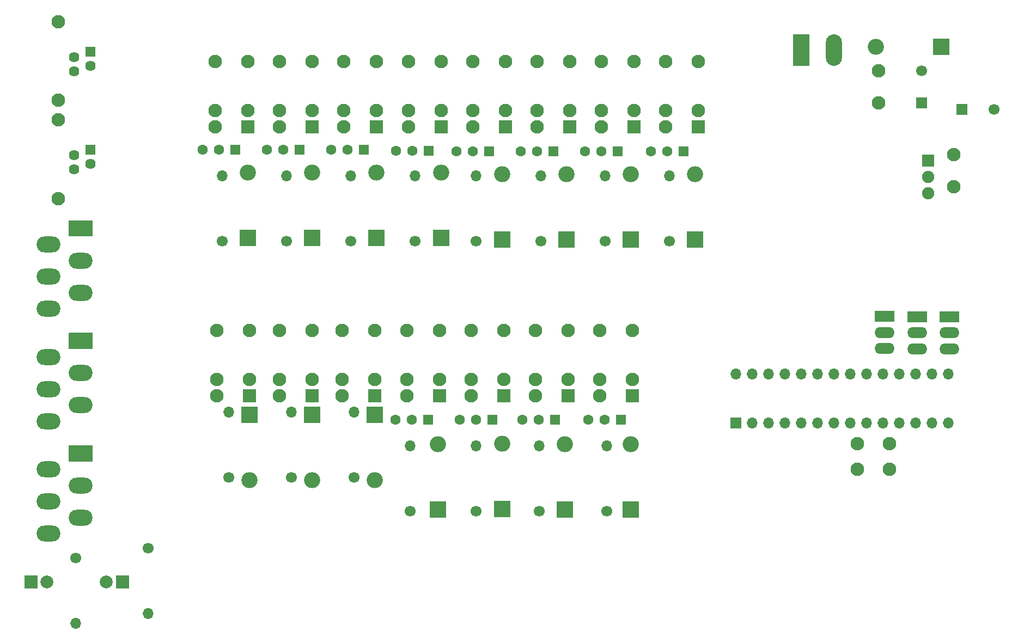
<source format=gts>
%TF.GenerationSoftware,KiCad,Pcbnew,(5.1.6)-1*%
%TF.CreationDate,2020-10-13T15:42:58+02:00*%
%TF.ProjectId,Elektriciteitskast-Relaissturing,456c656b-7472-4696-9369-74656974736b,rev?*%
%TF.SameCoordinates,Original*%
%TF.FileFunction,Soldermask,Top*%
%TF.FilePolarity,Negative*%
%FSLAX46Y46*%
G04 Gerber Fmt 4.6, Leading zero omitted, Abs format (unit mm)*
G04 Created by KiCad (PCBNEW (5.1.6)-1) date 2020-10-13 15:42:58*
%MOMM*%
%LPD*%
G01*
G04 APERTURE LIST*
%ADD10R,1.600000X1.600000*%
%ADD11C,1.600000*%
%ADD12C,2.100000*%
%ADD13R,2.100000X2.100000*%
%ADD14O,3.100000X1.700000*%
%ADD15R,3.100000X1.700000*%
%ADD16O,2.500000X2.500000*%
%ADD17R,2.500000X2.500000*%
%ADD18O,1.700000X1.700000*%
%ADD19R,1.700000X1.700000*%
%ADD20C,1.700000*%
%ADD21C,1.900000*%
%ADD22R,1.900000X1.900000*%
%ADD23O,2.500000X4.900000*%
%ADD24R,2.500000X4.900000*%
%ADD25R,1.620000X1.620000*%
%ADD26C,1.620000*%
%ADD27C,2.000000*%
%ADD28R,2.000000X2.000000*%
%ADD29O,3.700000X2.500000*%
%ADD30C,0.100000*%
G04 APERTURE END LIST*
D10*
%TO.C,Q12*%
X136500000Y-105750000D03*
D11*
X131420000Y-105750000D03*
X133960000Y-105750000D03*
%TD*%
D10*
%TO.C,Q11*%
X146500000Y-105750000D03*
D11*
X141420000Y-105750000D03*
X143960000Y-105750000D03*
%TD*%
D10*
%TO.C,Q10*%
X156250000Y-105750000D03*
D11*
X151170000Y-105750000D03*
X153710000Y-105750000D03*
%TD*%
D10*
%TO.C,Q9*%
X166500000Y-105750000D03*
D11*
X161420000Y-105750000D03*
X163960000Y-105750000D03*
%TD*%
D10*
%TO.C,Q8*%
X106500000Y-63750000D03*
D11*
X101420000Y-63750000D03*
X103960000Y-63750000D03*
%TD*%
D10*
%TO.C,Q7*%
X116500000Y-63750000D03*
D11*
X111420000Y-63750000D03*
X113960000Y-63750000D03*
%TD*%
D10*
%TO.C,Q6*%
X126500000Y-63750000D03*
D11*
X121420000Y-63750000D03*
X123960000Y-63750000D03*
%TD*%
D10*
%TO.C,Q5*%
X136550000Y-63900000D03*
D11*
X131470000Y-63900000D03*
X134010000Y-63900000D03*
%TD*%
D10*
%TO.C,Q4*%
X146000000Y-64000000D03*
D11*
X140920000Y-64000000D03*
X143460000Y-64000000D03*
%TD*%
D10*
%TO.C,Q3*%
X156000000Y-64000000D03*
D11*
X150920000Y-64000000D03*
X153460000Y-64000000D03*
%TD*%
D10*
%TO.C,Q2*%
X166000000Y-64000000D03*
D11*
X160920000Y-64000000D03*
X163460000Y-64000000D03*
%TD*%
D10*
%TO.C,Q1*%
X176250000Y-64000000D03*
D11*
X171170000Y-64000000D03*
X173710000Y-64000000D03*
%TD*%
D12*
%TO.C,Re14*%
X118500000Y-91840000D03*
X113420000Y-91840000D03*
X118500000Y-99460000D03*
D13*
X118500000Y-102000000D03*
D12*
X113420000Y-99460000D03*
X113420000Y-102000000D03*
%TD*%
D14*
%TO.C,JP3*%
X217500000Y-94750000D03*
X217500000Y-92250000D03*
D15*
X217500000Y-89750000D03*
%TD*%
D16*
%TO.C,D3*%
X158000000Y-67590000D03*
D17*
X158000000Y-77750000D03*
%TD*%
D16*
%TO.C,D1*%
X178000000Y-67590000D03*
D17*
X178000000Y-77750000D03*
%TD*%
D16*
%TO.C,D2*%
X168000000Y-67590000D03*
D17*
X168000000Y-77750000D03*
%TD*%
D16*
%TO.C,D10*%
X157750000Y-109590000D03*
D17*
X157750000Y-119750000D03*
%TD*%
D16*
%TO.C,D9*%
X168000000Y-109590000D03*
D17*
X168000000Y-119750000D03*
%TD*%
D16*
%TO.C,D8*%
X108500000Y-67340000D03*
D17*
X108500000Y-77500000D03*
%TD*%
D16*
%TO.C,D7*%
X118500000Y-67340000D03*
D17*
X118500000Y-77500000D03*
%TD*%
D16*
%TO.C,D6*%
X128500000Y-67340000D03*
D17*
X128500000Y-77500000D03*
%TD*%
D16*
%TO.C,D4*%
X148000000Y-67590000D03*
D17*
X148000000Y-77750000D03*
%TD*%
D16*
%TO.C,D5*%
X138500000Y-67340000D03*
D17*
X138500000Y-77500000D03*
%TD*%
D16*
%TO.C,D12*%
X138000000Y-109590000D03*
D17*
X138000000Y-119750000D03*
%TD*%
D16*
%TO.C,D11*%
X148000000Y-109500000D03*
D17*
X148000000Y-119660000D03*
%TD*%
D12*
%TO.C,C5*%
X208250000Y-113500000D03*
X203250000Y-113500000D03*
%TD*%
%TO.C,Re15*%
X108750000Y-91840000D03*
X103670000Y-91840000D03*
X108750000Y-99460000D03*
D13*
X108750000Y-102000000D03*
D12*
X103670000Y-99460000D03*
X103670000Y-102000000D03*
%TD*%
%TO.C,C6*%
X208250000Y-109500000D03*
X203250000Y-109500000D03*
%TD*%
D18*
%TO.C,U1*%
X184350000Y-98630000D03*
X217370000Y-106250000D03*
X186890000Y-98630000D03*
X214830000Y-106250000D03*
X189430000Y-98630000D03*
X212290000Y-106250000D03*
X191970000Y-98630000D03*
X209750000Y-106250000D03*
X194510000Y-98630000D03*
X207210000Y-106250000D03*
X197050000Y-98630000D03*
X204670000Y-106250000D03*
X199590000Y-98630000D03*
X202130000Y-106250000D03*
X202130000Y-98630000D03*
X199590000Y-106250000D03*
X204670000Y-98630000D03*
X197050000Y-106250000D03*
X207210000Y-98630000D03*
X194510000Y-106250000D03*
X209750000Y-98630000D03*
X191970000Y-106250000D03*
X212290000Y-98630000D03*
X189430000Y-106250000D03*
X214830000Y-98630000D03*
X186890000Y-106250000D03*
X217370000Y-98630000D03*
D19*
X184350000Y-106250000D03*
%TD*%
D14*
%TO.C,JP1*%
X207500000Y-94700000D03*
X207500000Y-92200000D03*
D15*
X207500000Y-89700000D03*
%TD*%
D14*
%TO.C,JP2*%
X212500000Y-94750000D03*
X212500000Y-92250000D03*
D15*
X212500000Y-89750000D03*
%TD*%
D12*
%TO.C,Re11*%
X148250000Y-91840000D03*
X143170000Y-91840000D03*
X148250000Y-99460000D03*
D13*
X148250000Y-102000000D03*
D12*
X143170000Y-99460000D03*
X143170000Y-102000000D03*
%TD*%
%TO.C,Re13*%
X128250000Y-91840000D03*
X123170000Y-91840000D03*
X128250000Y-99460000D03*
D13*
X128250000Y-102000000D03*
D12*
X123170000Y-99460000D03*
X123170000Y-102000000D03*
%TD*%
%TO.C,Re10*%
X158250000Y-91840000D03*
X153170000Y-91840000D03*
X158250000Y-99460000D03*
D13*
X158250000Y-102000000D03*
D12*
X153170000Y-99460000D03*
X153170000Y-102000000D03*
%TD*%
%TO.C,Re12*%
X138250000Y-91840000D03*
X133170000Y-91840000D03*
X138250000Y-99460000D03*
D13*
X138250000Y-102000000D03*
D12*
X133170000Y-99460000D03*
X133170000Y-102000000D03*
%TD*%
%TO.C,Re9*%
X168250000Y-91840000D03*
X163170000Y-91840000D03*
X168250000Y-99460000D03*
D13*
X168250000Y-102000000D03*
D12*
X163170000Y-99460000D03*
X163170000Y-102000000D03*
%TD*%
%TO.C,Re5*%
X138500000Y-50090000D03*
X133420000Y-50090000D03*
X138500000Y-57710000D03*
D13*
X138500000Y-60250000D03*
D12*
X133420000Y-57710000D03*
X133420000Y-60250000D03*
%TD*%
D16*
%TO.C,D15*%
X108750000Y-115160000D03*
D17*
X108750000Y-105000000D03*
%TD*%
D12*
%TO.C,Re6*%
X128500000Y-50090000D03*
X123420000Y-50090000D03*
X128500000Y-57710000D03*
D13*
X128500000Y-60250000D03*
D12*
X123420000Y-57710000D03*
X123420000Y-60250000D03*
%TD*%
%TO.C,Re1*%
X178500000Y-50090000D03*
X173420000Y-50090000D03*
X178500000Y-57710000D03*
D13*
X178500000Y-60250000D03*
D12*
X173420000Y-57710000D03*
X173420000Y-60250000D03*
%TD*%
D16*
%TO.C,D14*%
X118500000Y-115160000D03*
D17*
X118500000Y-105000000D03*
%TD*%
D12*
%TO.C,Re4*%
X148500000Y-50090000D03*
X143420000Y-50090000D03*
X148500000Y-57710000D03*
D13*
X148500000Y-60250000D03*
D12*
X143420000Y-57710000D03*
X143420000Y-60250000D03*
%TD*%
%TO.C,Re7*%
X118500000Y-50090000D03*
X113420000Y-50090000D03*
X118500000Y-57710000D03*
D13*
X118500000Y-60250000D03*
D12*
X113420000Y-57710000D03*
X113420000Y-60250000D03*
%TD*%
%TO.C,Re3*%
X158500000Y-50090000D03*
X153420000Y-50090000D03*
X158500000Y-57710000D03*
D13*
X158500000Y-60250000D03*
D12*
X153420000Y-57710000D03*
X153420000Y-60250000D03*
%TD*%
%TO.C,Re8*%
X108500000Y-50090000D03*
X103420000Y-50090000D03*
X108500000Y-57710000D03*
D13*
X108500000Y-60250000D03*
D12*
X103420000Y-57710000D03*
X103420000Y-60250000D03*
%TD*%
%TO.C,Re2*%
X168500000Y-50090000D03*
X163420000Y-50090000D03*
X168500000Y-57710000D03*
D13*
X168500000Y-60250000D03*
D12*
X163420000Y-57710000D03*
X163420000Y-60250000D03*
%TD*%
D16*
%TO.C,D13*%
X128250000Y-115160000D03*
D17*
X128250000Y-105000000D03*
%TD*%
D18*
%TO.C,R9*%
X164250000Y-109840000D03*
D20*
X164250000Y-120000000D03*
%TD*%
D18*
%TO.C,R11*%
X144000000Y-109840000D03*
D20*
X144000000Y-120000000D03*
%TD*%
D18*
%TO.C,R14*%
X115250000Y-104590000D03*
D20*
X115250000Y-114750000D03*
%TD*%
D18*
%TO.C,R13*%
X125000000Y-104590000D03*
D20*
X125000000Y-114750000D03*
%TD*%
D18*
%TO.C,R6*%
X124500000Y-67840000D03*
D20*
X124500000Y-78000000D03*
%TD*%
D18*
%TO.C,R10*%
X153750000Y-109840000D03*
D20*
X153750000Y-120000000D03*
%TD*%
D18*
%TO.C,R4*%
X144000000Y-67840000D03*
D20*
X144000000Y-78000000D03*
%TD*%
D18*
%TO.C,R5*%
X134500000Y-67840000D03*
D20*
X134500000Y-78000000D03*
%TD*%
D18*
%TO.C,R7*%
X114500000Y-67840000D03*
D20*
X114500000Y-78000000D03*
%TD*%
D18*
%TO.C,R8*%
X104500000Y-67840000D03*
D20*
X104500000Y-78000000D03*
%TD*%
D18*
%TO.C,R12*%
X133750000Y-109840000D03*
D20*
X133750000Y-120000000D03*
%TD*%
D18*
%TO.C,R15*%
X105500000Y-104590000D03*
D20*
X105500000Y-114750000D03*
%TD*%
D18*
%TO.C,R1*%
X174000000Y-67840000D03*
D20*
X174000000Y-78000000D03*
%TD*%
D18*
%TO.C,R2*%
X164000000Y-67840000D03*
D20*
X164000000Y-78000000D03*
%TD*%
D18*
%TO.C,R3*%
X154000000Y-67840000D03*
D20*
X154000000Y-78000000D03*
%TD*%
D18*
%TO.C,R17*%
X81750000Y-137410000D03*
D20*
X81750000Y-127250000D03*
%TD*%
D18*
%TO.C,R16*%
X93000000Y-135910000D03*
D20*
X93000000Y-125750000D03*
%TD*%
D16*
%TO.C,D16*%
X206090000Y-47750000D03*
D17*
X216250000Y-47750000D03*
%TD*%
D12*
%TO.C,C3*%
X218250000Y-69500000D03*
X218250000Y-64500000D03*
%TD*%
%TO.C,C1*%
X206500000Y-51500000D03*
X206500000Y-56500000D03*
%TD*%
D21*
%TO.C,U2*%
X214250000Y-70580000D03*
X214250000Y-68040000D03*
D22*
X214250000Y-65500000D03*
%TD*%
D23*
%TO.C,J6*%
X199580000Y-48250000D03*
D24*
X194500000Y-48250000D03*
%TD*%
D25*
%TO.C,J5*%
X84000000Y-63750000D03*
D12*
X79000000Y-59150000D03*
D26*
X81460000Y-64650000D03*
X84000000Y-65950000D03*
X81460000Y-66850000D03*
D12*
X79000000Y-71350000D03*
%TD*%
D25*
%TO.C,J4*%
X84000000Y-48500000D03*
D12*
X79000000Y-43900000D03*
D26*
X81460000Y-49400000D03*
X84000000Y-50700000D03*
X81460000Y-51600000D03*
D12*
X79000000Y-56100000D03*
%TD*%
D27*
%TO.C,D18*%
X77250000Y-131000000D03*
D28*
X74750000Y-131000000D03*
%TD*%
D27*
%TO.C,D17*%
X86500000Y-131000000D03*
D28*
X89000000Y-131000000D03*
%TD*%
D20*
%TO.C,C4*%
X213250000Y-51500000D03*
D19*
X213250000Y-56500000D03*
%TD*%
D20*
%TO.C,C2*%
X224500000Y-57500000D03*
D19*
X219500000Y-57500000D03*
%TD*%
D29*
%TO.C,J3*%
X77500000Y-113500000D03*
D30*
G36*
X84349039Y-112209755D02*
G01*
X84346194Y-112219134D01*
X84341573Y-112227779D01*
X84335355Y-112235355D01*
X84327779Y-112241573D01*
X84319134Y-112246194D01*
X84309755Y-112249039D01*
X84300000Y-112250000D01*
X80700000Y-112250000D01*
X80690245Y-112249039D01*
X80680866Y-112246194D01*
X80672221Y-112241573D01*
X80664645Y-112235355D01*
X80658427Y-112227779D01*
X80653806Y-112219134D01*
X80650961Y-112209755D01*
X80650000Y-112200000D01*
X80650000Y-109800000D01*
X80650961Y-109790245D01*
X80653806Y-109780866D01*
X80658427Y-109772221D01*
X80664645Y-109764645D01*
X80672221Y-109758427D01*
X80680866Y-109753806D01*
X80690245Y-109750961D01*
X80700000Y-109750000D01*
X84300000Y-109750000D01*
X84309755Y-109750961D01*
X84319134Y-109753806D01*
X84327779Y-109758427D01*
X84335355Y-109764645D01*
X84341573Y-109772221D01*
X84346194Y-109780866D01*
X84349039Y-109790245D01*
X84350000Y-109800000D01*
X84350000Y-112200000D01*
X84349039Y-112209755D01*
G37*
D29*
X82500000Y-116000000D03*
X77500000Y-118500000D03*
X82500000Y-121000000D03*
X77500000Y-123500000D03*
%TD*%
%TO.C,J2*%
X77500000Y-96000000D03*
D30*
G36*
X84349039Y-94709755D02*
G01*
X84346194Y-94719134D01*
X84341573Y-94727779D01*
X84335355Y-94735355D01*
X84327779Y-94741573D01*
X84319134Y-94746194D01*
X84309755Y-94749039D01*
X84300000Y-94750000D01*
X80700000Y-94750000D01*
X80690245Y-94749039D01*
X80680866Y-94746194D01*
X80672221Y-94741573D01*
X80664645Y-94735355D01*
X80658427Y-94727779D01*
X80653806Y-94719134D01*
X80650961Y-94709755D01*
X80650000Y-94700000D01*
X80650000Y-92300000D01*
X80650961Y-92290245D01*
X80653806Y-92280866D01*
X80658427Y-92272221D01*
X80664645Y-92264645D01*
X80672221Y-92258427D01*
X80680866Y-92253806D01*
X80690245Y-92250961D01*
X80700000Y-92250000D01*
X84300000Y-92250000D01*
X84309755Y-92250961D01*
X84319134Y-92253806D01*
X84327779Y-92258427D01*
X84335355Y-92264645D01*
X84341573Y-92272221D01*
X84346194Y-92280866D01*
X84349039Y-92290245D01*
X84350000Y-92300000D01*
X84350000Y-94700000D01*
X84349039Y-94709755D01*
G37*
D29*
X82500000Y-98500000D03*
X77500000Y-101000000D03*
X82500000Y-103500000D03*
X77500000Y-106000000D03*
%TD*%
%TO.C,J1*%
X77500000Y-78500000D03*
D30*
G36*
X84349039Y-77209755D02*
G01*
X84346194Y-77219134D01*
X84341573Y-77227779D01*
X84335355Y-77235355D01*
X84327779Y-77241573D01*
X84319134Y-77246194D01*
X84309755Y-77249039D01*
X84300000Y-77250000D01*
X80700000Y-77250000D01*
X80690245Y-77249039D01*
X80680866Y-77246194D01*
X80672221Y-77241573D01*
X80664645Y-77235355D01*
X80658427Y-77227779D01*
X80653806Y-77219134D01*
X80650961Y-77209755D01*
X80650000Y-77200000D01*
X80650000Y-74800000D01*
X80650961Y-74790245D01*
X80653806Y-74780866D01*
X80658427Y-74772221D01*
X80664645Y-74764645D01*
X80672221Y-74758427D01*
X80680866Y-74753806D01*
X80690245Y-74750961D01*
X80700000Y-74750000D01*
X84300000Y-74750000D01*
X84309755Y-74750961D01*
X84319134Y-74753806D01*
X84327779Y-74758427D01*
X84335355Y-74764645D01*
X84341573Y-74772221D01*
X84346194Y-74780866D01*
X84349039Y-74790245D01*
X84350000Y-74800000D01*
X84350000Y-77200000D01*
X84349039Y-77209755D01*
G37*
D29*
X82500000Y-81000000D03*
X77500000Y-83500000D03*
X82500000Y-86000000D03*
X77500000Y-88500000D03*
%TD*%
M02*

</source>
